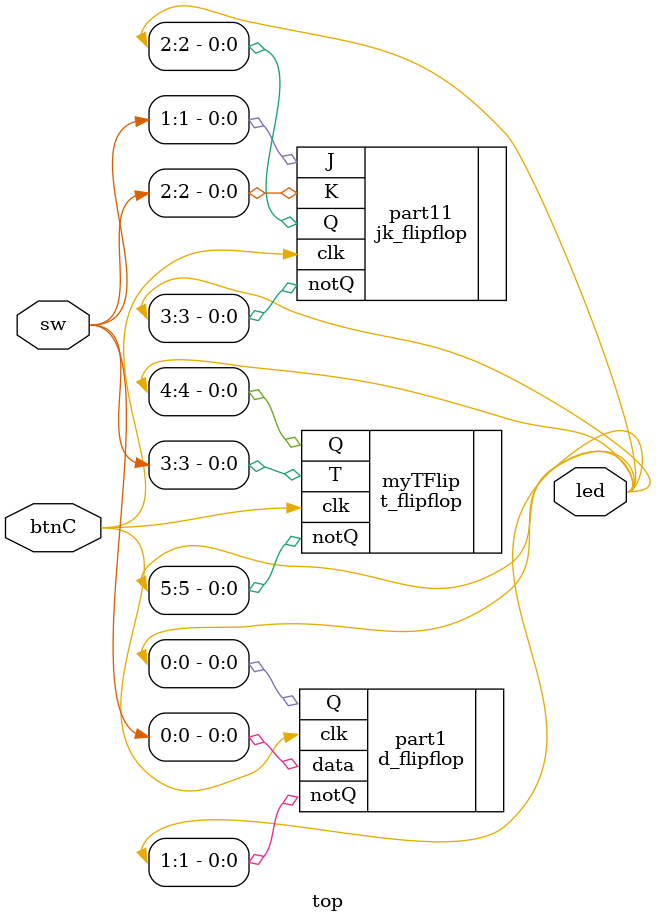
<source format=v>
module top(
    input [5:0] sw,
    input btnC,
    output [5:0] led
    );
    
    d_flipflop part1(
    .data(sw[0]),
    .clk(btnC),
    .Q(led[0]),
    .notQ(led[1])
    );
    
    jk_flipflop part11(
    .clk(btnC),
    .J(sw[1]),
    .K(sw[2]),
    .Q(led[2]),
    .notQ(led[3])
    );
    
    t_flipflop myTFlip (
    .T(sw[3]),
    .clk(btnC),
    .Q(led[4]),
    .notQ(led[5])
    );
    
//    wire datatransfer;
//    wire posQtransfer;
//    wire negQtranfer;
    
//    d_flipflop dflippart2(
//    .data(datatransfer),
//    .clk(btnC),
//    .Q(led[2]),
//    .notQ(led[3])
//    );
//    jk_flipflop jkflippart2(
//    .jkdata(datatransfer),
//    .jkQ(posQtransfer),
//    .jknotQ(negQtransfer),
//    .J(sw[1]),
//    .K(sw[2])
//    );
endmodule

</source>
